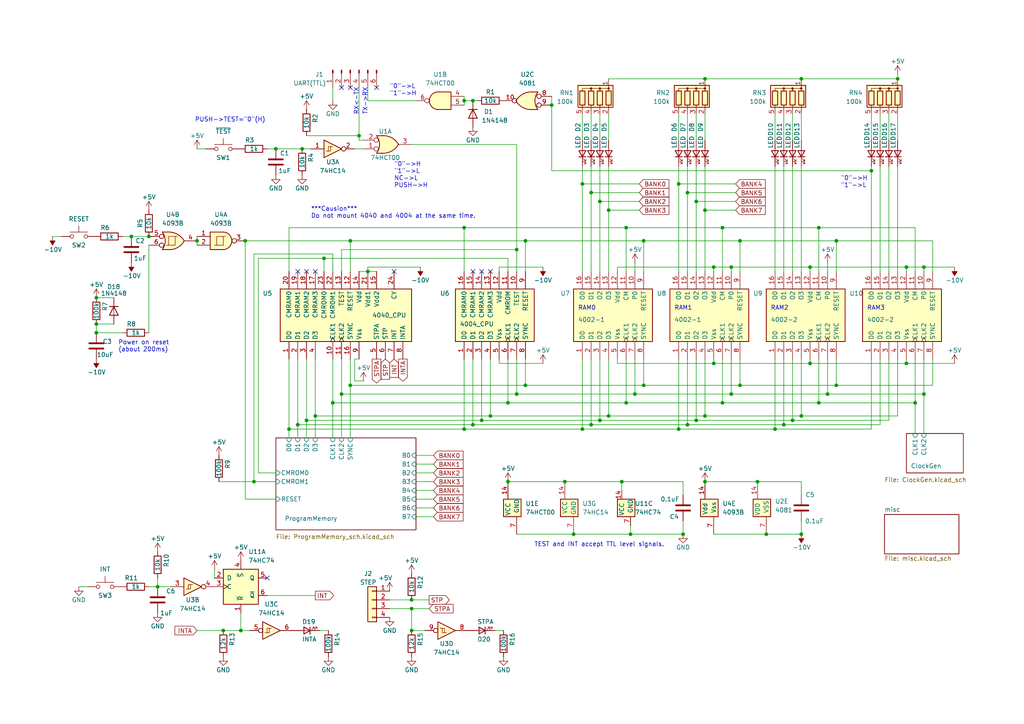
<source format=kicad_sch>
(kicad_sch (version 20230121) (generator eeschema)
  (paper "A4")
  (title_block (title "SBC4040") (date "2024-02-22") (rev "1.1") (company "Ryo Mukai") (comment 1 "Single Board Computer using Intel 4040"))
  (lib_symbols
    (symbol "000_MyLibrary:1N4148" (pin_numbers hide) (pin_names hide)
      (property "Reference" "D" (at 0 2.54 0))
      (property "Value" "1N4148" (at 0 -2.54 0))
      (symbol "1N4148_1_1"
        (pin passive line (at -3.81 0 0) (length 2.54) (name "K") (number "1"))
        (pin passive line (at 3.81 0 180) (length 2.54) (name "A") (number "2"))
      )
    )
    (symbol "000_MyLibrary:4002_RAM"
      (property "Reference" "U" (at -6.35 13.97 0))
      (property "Value" "4002_RAM" (at 0 11.43 0))
      (symbol "4002_RAM_1_0"
        (pin bidirectional line (at -12.7 7.62 0) (length 5.08) (name "D0") (number "1"))
        (pin input line (at 12.7 -7.62 180) (length 5.08) (name "P0") (number "10"))
        (pin input line (at 12.7 -5.08 180) (length 5.08) (name "CM") (number "11"))
        (pin power_in line (at 12.7 -2.54 180) (length 5.08) (name "Vdd") (number "12"))
        (pin output line (at 12.7 0 180) (length 5.08) (name "O3") (number "13"))
        (pin output line (at 12.7 2.54 180) (length 5.08) (name "O2") (number "14"))
        (pin output line (at 12.7 5.08 180) (length 5.08) (name "O1") (number "15"))
        (pin output line (at 12.7 7.62 180) (length 5.08) (name "O0") (number "16"))
        (pin bidirectional line (at -12.7 5.08 0) (length 5.08) (name "D1") (number "2"))
        (pin bidirectional line (at -12.7 2.54 0) (length 5.08) (name "D2") (number "3"))
        (pin bidirectional line (at -12.7 0 0) (length 5.08) (name "D3") (number "4"))
        (pin power_in line (at -12.7 -2.54 0) (length 5.08) (name "Vss") (number "5"))
        (pin input clock (at -12.7 -5.08 0) (length 5.08) (name "CLK1") (number "6"))
        (pin input clock (at -12.7 -7.62 0) (length 5.08) (name "CLK2") (number "7"))
        (pin input line (at -12.7 -10.16 0) (length 5.08) (name "SYNC") (number "8"))
        (pin input line (at 12.7 -10.16 180) (length 5.08) (name "RESET") (number "9"))
      )
    )
    (symbol "000_MyLibrary:4004_CPU"
      (property "Reference" "U" (at -7.62 13.97 0))
      (property "Value" "4004_CPU" (at 0 11.43 0))
      (symbol "4004_CPU_1_0"
        (pin bidirectional line (at -12.7 7.62 0) (length 5.08) (name "D0") (number "1"))
        (pin input line (at 12.7 -7.62 180) (length 5.08) (name "TEST") (number "10"))
        (pin output line (at 12.7 -5.08 180) (length 5.08) (name "CMROM") (number "11"))
        (pin power_in line (at 12.7 -2.54 180) (length 5.08) (name "Vdd") (number "12"))
        (pin output line (at 12.7 0 180) (length 5.08) (name "CMRAM3") (number "13"))
        (pin output line (at 12.7 2.54 180) (length 5.08) (name "CMRAM2") (number "14"))
        (pin output line (at 12.7 5.08 180) (length 5.08) (name "CMRAM1") (number "15"))
        (pin output line (at 12.7 7.62 180) (length 5.08) (name "CMRAM0") (number "16"))
        (pin bidirectional line (at -12.7 5.08 0) (length 5.08) (name "D1") (number "2"))
        (pin bidirectional line (at -12.7 2.54 0) (length 5.08) (name "D2") (number "3"))
        (pin bidirectional line (at -12.7 0 0) (length 5.08) (name "D3") (number "4"))
        (pin power_in line (at -12.7 -2.54 0) (length 5.08) (name "Vss") (number "5"))
        (pin input clock (at -12.7 -5.08 0) (length 5.08) (name "CLK1") (number "6"))
        (pin input clock (at -12.7 -7.62 0) (length 5.08) (name "CLK2") (number "7"))
        (pin output line (at -12.7 -10.16 0) (length 5.08) (name "SYNC") (number "8"))
        (pin input line (at 12.7 -10.16 180) (length 5.08) (name "RESET") (number "9"))
      )
    )
    (symbol "000_MyLibrary:4040_CPU_4004based"
      (property "Reference" "U" (at -7.62 21.59 0))
      (property "Value" "4040_CPU" (at 0 19.05 0))
      (symbol "4040_CPU_4004based_1_0"
        (pin bidirectional line (at -12.7 15.24 0) (length 5.08) (name "D0") (number "1"))
        (pin input clock (at -12.7 2.54 0) (length 5.08) (name "CLK1") (number "10"))
        (pin input clock (at -12.7 0 0) (length 5.08) (name "CLK2") (number "11"))
        (pin input line (at 12.7 -2.54 180) (length 5.08) (name "RESET") (number "12"))
        (pin input line (at 12.7 0 180) (length 5.08) (name "TEST") (number "13"))
        (pin power_in line (at 12.7 -5.08 180) (length 5.08) (name "Vdd") (number "14"))
        (pin power_in line (at 12.7 -10.16 180) (length 5.08) (name "Vdd2") (number "15"))
        (pin output line (at -12.7 -2.54 0) (length 5.08) (name "SYNC") (number "16"))
        (pin output line (at 12.7 7.62 180) (length 5.08) (name "CMRAM3") (number "17"))
        (pin output line (at 12.7 10.16 180) (length 5.08) (name "CMRAM2") (number "18"))
        (pin output line (at 12.7 12.7 180) (length 5.08) (name "CMRAM1") (number "19"))
        (pin bidirectional line (at -12.7 12.7 0) (length 5.08) (name "D1") (number "2"))
        (pin output line (at 12.7 15.24 180) (length 5.08) (name "CMRAM0") (number "20"))
        (pin power_in line (at 12.7 -7.62 180) (length 5.08) (name "Vdd1") (number "21"))
        (pin output line (at 12.7 2.54 180) (length 5.08) (name "CMROM1") (number "22"))
        (pin output line (at 12.7 5.08 180) (length 5.08) (name "CMROM0") (number "23"))
        (pin output line (at 12.7 -15.24 180) (length 5.08) (name "CY") (number "24"))
        (pin bidirectional line (at -12.7 10.16 0) (length 5.08) (name "D2") (number "3"))
        (pin bidirectional line (at -12.7 7.62 0) (length 5.08) (name "D3") (number "4"))
        (pin output line (at -12.7 -10.16 0) (length 5.08) (name "STPA") (number "5"))
        (pin input line (at -12.7 -12.7 0) (length 5.08) (name "STP") (number "6"))
        (pin input line (at -12.7 -15.24 0) (length 5.08) (name "INT") (number "7"))
        (pin output line (at -12.7 -17.78 0) (length 5.08) (name "INTA") (number "8"))
        (pin power_in line (at -12.7 -5.08 0) (length 5.08) (name "Vss") (number "9"))
      )
    )
    (symbol "000_MyLibrary:4081" (pin_names (offset 1.016))
      (property "Reference" "U" (at 5.08 2.54 0))
      (property "Value" "4081" (at 5.08 0 0))
      (symbol "4081_1_1"
        (pin input line (at -6.35 1.27 0) (length 3.81) (name "~") (number "1"))
        (pin input line (at -6.35 -1.27 0) (length 3.81) (name "~") (number "2"))
        (pin output line (at 7.62 0 180) (length 3.81) (name "~") (number "3"))
      )
      (symbol "4081_1_2"
        (pin input inverted (at -6.35 1.27 0) (length 4.318) (name "~") (number "1"))
        (pin input inverted (at -6.35 -1.27 0) (length 4.318) (name "~") (number "2"))
        (pin output inverted (at 7.62 0 180) (length 3.81) (name "~") (number "3"))
      )
      (symbol "4081_2_1"
        (pin output line (at 7.62 0 180) (length 3.81) (name "~") (number "4"))
        (pin input line (at -6.35 1.27 0) (length 3.81) (name "~") (number "5"))
        (pin input line (at -6.35 -1.27 0) (length 3.81) (name "~") (number "6"))
      )
      (symbol "4081_2_2"
        (pin output inverted (at 7.62 0 180) (length 3.81) (name "~") (number "4"))
        (pin input inverted (at -6.35 1.27 0) (length 4.318) (name "~") (number "5"))
        (pin input inverted (at -6.35 -1.27 0) (length 4.318) (name "~") (number "6"))
      )
      (symbol "4081_3_1"
        (pin output line (at 7.62 0 180) (length 3.81) (name "~") (number "10"))
        (pin input line (at -6.35 1.27 0) (length 3.81) (name "~") (number "8"))
        (pin input line (at -6.35 -1.27 0) (length 3.81) (name "~") (number "9"))
      )
      (symbol "4081_3_2"
        (pin output inverted (at 7.62 0 180) (length 3.81) (name "~") (number "10"))
        (pin input inverted (at -6.35 1.27 0) (length 4.318) (name "~") (number "8"))
        (pin input inverted (at -6.35 -1.27 0) (length 4.318) (name "~") (number "9"))
      )
      (symbol "4081_4_1"
        (pin output line (at 7.62 0 180) (length 3.81) (name "~") (number "11"))
        (pin input line (at -6.35 1.27 0) (length 3.81) (name "~") (number "12"))
        (pin input line (at -6.35 -1.27 0) (length 3.81) (name "~") (number "13"))
      )
      (symbol "4081_4_2"
        (pin output inverted (at 7.62 0 180) (length 3.81) (name "~") (number "11"))
        (pin input inverted (at -6.35 1.27 0) (length 4.318) (name "~") (number "12"))
        (pin input inverted (at -6.35 -1.27 0) (length 4.318) (name "~") (number "13"))
      )
      (symbol "4081_5_0"
        (pin power_in line (at -1.27 8.89 270) (length 5.08) (name "VDD") (number "14"))
        (pin power_in line (at 1.27 -6.35 90) (length 5.08) (name "VSS") (number "7"))
      )
    )
    (symbol "000_MyLibrary:4093B" (pin_names (offset 1.016))
      (property "Reference" "U" (at -1.27 6.35 0))
      (property "Value" "4093B" (at 1.27 3.81 0))
      (symbol "4093B_1_1"
        (pin input line (at -7.62 1.27 0) (length 3.81) (name "~") (number "1"))
        (pin input line (at -7.62 -1.27 0) (length 3.81) (name "~") (number "2"))
        (pin output inverted (at 6.35 0 180) (length 3.81) (name "~") (number "3"))
      )
      (symbol "4093B_1_2"
        (pin input inverted (at -7.62 1.27 0) (length 4.318) (name "~") (number "1"))
        (pin input inverted (at -7.62 -1.27 0) (length 4.318) (name "~") (number "2"))
        (pin output line (at 6.35 0 180) (length 3.81) (name "~") (number "3"))
      )
      (symbol "4093B_2_1"
        (pin output inverted (at 6.35 0 180) (length 3.81) (name "~") (number "4"))
        (pin input line (at -7.62 1.27 0) (length 3.81) (name "~") (number "5"))
        (pin input line (at -7.62 -1.27 0) (length 3.81) (name "~") (number "6"))
      )
      (symbol "4093B_2_2"
        (pin output line (at 6.35 0 180) (length 3.81) (name "~") (number "4"))
        (pin input inverted (at -7.62 1.27 0) (length 4.318) (name "~") (number "5"))
        (pin input inverted (at -7.62 -1.27 0) (length 4.318) (name "~") (number "6"))
      )
      (symbol "4093B_3_1"
        (pin output inverted (at 6.35 0 180) (length 3.81) (name "~") (number "10"))
        (pin input line (at -7.62 1.27 0) (length 3.81) (name "~") (number "8"))
        (pin input line (at -7.62 -1.27 0) (length 3.81) (name "~") (number "9"))
      )
      (symbol "4093B_3_2"
        (pin output line (at 6.35 0 180) (length 3.81) (name "~") (number "10"))
        (pin input inverted (at -7.62 1.27 0) (length 4.318) (name "~") (number "8"))
        (pin input inverted (at -7.62 -1.27 0) (length 4.318) (name "~") (number "9"))
      )
      (symbol "4093B_4_1"
        (pin output inverted (at 6.35 0 180) (length 3.81) (name "~") (number "11"))
        (pin input line (at -7.62 1.27 0) (length 3.81) (name "~") (number "12"))
        (pin input line (at -7.62 -1.27 0) (length 3.81) (name "~") (number "13"))
      )
      (symbol "4093B_4_2"
        (pin output line (at 6.35 0 180) (length 3.81) (name "~") (number "11"))
        (pin input inverted (at -7.62 1.27 0) (length 4.318) (name "~") (number "12"))
        (pin input inverted (at -7.62 -1.27 0) (length 4.318) (name "~") (number "13"))
      )
      (symbol "4093B_5_0"
        (pin power_in line (at -1.27 7.62 270) (length 5.08) (name "Vdd") (number "14"))
        (pin power_in line (at 1.27 -7.62 90) (length 5.08) (name "Vss") (number "7"))
      )
    )
    (symbol "000_MyLibrary:74LS00" (pin_names (offset 1.016))
      (property "Reference" "U" (at -1.27 6.35 0))
      (property "Value" "74LS00" (at 1.27 3.81 0))
      (symbol "74LS00_1_1"
        (pin input line (at -7.62 1.27 0) (length 3.81) (name "~") (number "1"))
        (pin input line (at -7.62 -1.27 0) (length 3.81) (name "~") (number "2"))
        (pin output inverted (at 6.35 0 180) (length 3.81) (name "~") (number "3"))
      )
      (symbol "74LS00_1_2"
        (pin input inverted (at -7.62 1.27 0) (length 4.318) (name "~") (number "1"))
        (pin input inverted (at -7.62 -1.27 0) (length 4.318) (name "~") (number "2"))
        (pin output line (at 6.35 0 180) (length 3.81) (name "~") (number "3"))
      )
      (symbol "74LS00_2_1"
        (pin input line (at -7.62 1.27 0) (length 3.81) (name "~") (number "4"))
        (pin input line (at -7.62 -1.27 0) (length 3.81) (name "~") (number "5"))
        (pin output inverted (at 6.35 0 180) (length 3.81) (name "~") (number "6"))
      )
      (symbol "74LS00_2_2"
        (pin input inverted (at -7.62 1.27 0) (length 4.318) (name "~") (number "4"))
        (pin input inverted (at -7.62 -1.27 0) (length 4.318) (name "~") (number "5"))
        (pin output line (at 6.35 0 180) (length 3.81) (name "~") (number "6"))
      )
      (symbol "74LS00_3_1"
        (pin input line (at -7.62 -1.27 0) (length 3.81) (name "~") (number "10"))
        (pin output inverted (at 6.35 0 180) (length 3.81) (name "~") (number "8"))
        (pin input line (at -7.62 1.27 0) (length 3.81) (name "~") (number "9"))
      )
      (symbol "74LS00_3_2"
        (pin input inverted (at -7.62 -1.27 0) (length 4.318) (name "~") (number "10"))
        (pin output line (at 6.35 0 180) (length 3.81) (name "~") (number "8"))
        (pin input inverted (at -7.62 1.27 0) (length 4.318) (name "~") (number "9"))
      )
      (symbol "74LS00_4_1"
        (pin output inverted (at 6.35 0 180) (length 3.81) (name "~") (number "11"))
        (pin input line (at -7.62 1.27 0) (length 3.81) (name "~") (number "12"))
        (pin input line (at -7.62 -1.27 0) (length 3.81) (name "~") (number "13"))
      )
      (symbol "74LS00_4_2"
        (pin output line (at 6.35 0 180) (length 3.81) (name "~") (number "11"))
        (pin input inverted (at -7.62 1.27 0) (length 4.318) (name "~") (number "12"))
        (pin input inverted (at -7.62 -1.27 0) (length 4.318) (name "~") (number "13"))
      )
      (symbol "74LS00_5_0"
        (pin power_in line (at -1.27 7.62 270) (length 5.08) (name "VCC") (number "14"))
        (pin power_in line (at 1.27 -7.62 90) (length 5.08) (name "GND") (number "7"))
      )
    )
    (symbol "000_MyLibrary:74LS14"
      (property "Reference" "U" (at 0 5.08 0))
      (property "Value" "74LS14" (at 2.54 2.54 0))
      (symbol "74LS14_1_1"
        (pin input line (at -6.35 0 0) (length 3.81) (name "~") (number "1"))
        (pin output inverted (at 6.35 0 180) (length 3.81) (name "~") (number "2"))
      )
      (symbol "74LS14_1_2"
        (pin input inverted (at -6.35 0 0) (length 3.81) (name "~") (number "1"))
        (pin output line (at 6.35 0 180) (length 3.81) (name "~") (number "2"))
      )
      (symbol "74LS14_2_1"
        (pin input line (at -6.35 0 0) (length 3.81) (name "~") (number "3"))
        (pin output inverted (at 6.35 0 180) (length 3.81) (name "~") (number "4"))
      )
      (symbol "74LS14_2_2"
        (pin input inverted (at -6.35 0 0) (length 3.81) (name "~") (number "3"))
        (pin output line (at 6.35 0 180) (length 3.81) (name "~") (number "4"))
      )
      (symbol "74LS14_3_1"
        (pin input line (at -6.35 0 0) (length 3.81) (name "~") (number "5"))
        (pin output inverted (at 6.35 0 180) (length 3.81) (name "~") (number "6"))
      )
      (symbol "74LS14_3_2"
        (pin input inverted (at -6.35 0 0) (length 3.81) (name "~") (number "5"))
        (pin output line (at 6.35 0 180) (length 3.81) (name "~") (number "6"))
      )
      (symbol "74LS14_4_1"
        (pin output inverted (at 6.35 0 180) (length 3.81) (name "~") (number "8"))
        (pin input line (at -6.35 0 0) (length 3.81) (name "~") (number "9"))
      )
      (symbol "74LS14_4_2"
        (pin output line (at 6.35 0 180) (length 3.81) (name "~") (number "8"))
        (pin input inverted (at -6.35 0 0) (length 3.81) (name "~") (number "9"))
      )
      (symbol "74LS14_5_1"
        (pin output inverted (at 6.35 0 180) (length 3.81) (name "~") (number "10"))
        (pin input line (at -6.35 0 0) (length 3.81) (name "~") (number "11"))
      )
      (symbol "74LS14_5_2"
        (pin output line (at 6.35 0 180) (length 3.81) (name "~") (number "10"))
        (pin input inverted (at -6.35 0 0) (length 3.81) (name "~") (number "11"))
      )
      (symbol "74LS14_6_1"
        (pin output inverted (at 6.35 0 180) (length 3.81) (name "~") (number "12"))
        (pin input line (at -6.35 0 0) (length 3.81) (name "~") (number "13"))
      )
      (symbol "74LS14_6_2"
        (pin output line (at 6.35 0 180) (length 3.81) (name "~") (number "12"))
        (pin input inverted (at -6.35 0 0) (length 3.81) (name "~") (number "13"))
      )
      (symbol "74LS14_7_0"
        (pin power_in line (at -1.27 7.62 270) (length 5.08) (name "VCC") (number "14"))
        (pin power_in line (at 1.27 -7.62 90) (length 5.08) (name "GND") (number "7"))
      )
    )
    (symbol "000_MyLibrary:74LS74" (pin_names (offset 1.016))
      (property "Reference" "U" (at 3.81 1.27 0))
      (property "Value" "74LS74" (at 6.35 -2.54 0))
      (symbol "74LS74_1_0"
        (pin input line (at 0 -7.62 90) (length 2.54) (name "~{R}") (number "1"))
        (pin input line (at -7.62 2.54 0) (length 2.54) (name "D") (number "2"))
        (pin input clock (at -7.62 0 0) (length 2.54) (name "C") (number "3"))
        (pin input line (at 0 7.62 270) (length 2.54) (name "~{S}") (number "4"))
        (pin output line (at 7.62 2.54 180) (length 2.54) (name "Q") (number "5"))
        (pin output line (at 7.62 -2.54 180) (length 2.54) (name "~{Q}") (number "6"))
      )
      (symbol "74LS74_2_0"
        (pin input line (at 0 7.62 270) (length 2.54) (name "~{S}") (number "10"))
        (pin input clock (at -7.62 0 0) (length 2.54) (name "C") (number "11"))
        (pin input line (at -7.62 2.54 0) (length 2.54) (name "D") (number "12"))
        (pin input line (at 0 -7.62 90) (length 2.54) (name "~{R}") (number "13"))
        (pin output line (at 7.62 -2.54 180) (length 2.54) (name "~{Q}") (number "8"))
        (pin output line (at 7.62 2.54 180) (length 2.54) (name "Q") (number "9"))
      )
      (symbol "74LS74_3_0"
        (pin power_in line (at -1.27 5.08 270) (length 2.54) (name "VCC") (number "14"))
        (pin power_in line (at 1.27 -5.08 90) (length 2.54) (name "GND") (number "7"))
      )
    )
    (symbol "000_MyLibrary:C" (pin_numbers hide) (pin_names (offset 0.254))
      (property "Reference" "C" (at 0.635 2.54 0))
      (property "Value" "C" (at 0.635 -2.54 0))
      (symbol "C_1_1"
        (pin passive line (at 0 3.81 270) (length 2.794) (name "~") (number "1"))
        (pin passive line (at 0 -3.81 90) (length 2.794) (name "~") (number "2"))
      )
    )
    (symbol "000_MyLibrary:Conn_01x04" (pin_names (offset 1.016) hide)
      (property "Reference" "J" (at 0 5.08 0))
      (property "Value" "Conn_01x04" (at 0 -7.62 0))
      (symbol "Conn_01x04_1_1"
        (pin passive line (at -5.08 2.54 0) (length 3.81) (name "Pin_1") (number "1"))
        (pin passive line (at -5.08 0 0) (length 3.81) (name "Pin_2") (number "2"))
        (pin passive line (at -5.08 -2.54 0) (length 3.81) (name "Pin_3") (number "3"))
        (pin passive line (at -5.08 -5.08 0) (length 3.81) (name "Pin_4") (number "4"))
      )
    )
    (symbol "000_MyLibrary:Conn_01x06_Pin" (pin_names (offset 1.016) hide)
      (property "Reference" "J" (at 0 7.62 0))
      (property "Value" "Conn_01x06_Pin" (at 0 -10.16 0))
      (symbol "Conn_01x06_Pin_1_1"
        (pin passive line (at 5.08 5.08 180) (length 3.81) (name "Pin_1") (number "1"))
        (pin passive line (at 5.08 2.54 180) (length 3.81) (name "Pin_2") (number "2"))
        (pin passive line (at 5.08 0 180) (length 3.81) (name "Pin_3") (number "3"))
        (pin passive line (at 5.08 -2.54 180) (length 3.81) (name "Pin_4") (number "4"))
        (pin passive line (at 5.08 -5.08 180) (length 3.81) (name "Pin_5") (number "5"))
        (pin passive line (at 5.08 -7.62 180) (length 3.81) (name "Pin_6") (number "6"))
      )
    )
    (symbol "000_MyLibrary:LED" (pin_numbers hide) (pin_names (offset 1.016) hide)
      (property "Reference" "D" (at 0.254 2.54 0))
      (property "Value" "LED" (at 0.254 -2.54 0))
      (symbol "LED_1_1"
        (pin passive line (at -3.81 0 0) (length 2.54) (name "K") (number "1"))
        (pin passive line (at 3.81 0 180) (length 2.54) (name "A") (number "2"))
      )
    )
    (symbol "000_MyLibrary:R" (pin_numbers hide) (pin_names (offset 0))
      (property "Reference" "R" (at 2.032 0 90))
      (property "Value" "R" (at 0 0 90))
      (symbol "R_1_1"
        (pin passive line (at 0 3.81 270) (length 1.27) (name "~") (number "1"))
        (pin passive line (at 0 -3.81 90) (length 1.27) (name "~") (number "2"))
      )
    )
    (symbol "000_MyLibrary:R_Network04" (pin_names (offset 0) hide)
      (property "Reference" "RN" (at -7.62 0 90))
      (property "Value" "R_Network04" (at 5.08 0 90))
      (symbol "R_Network04_1_1"
        (pin passive line (at -5.08 5.08 270) (length 2.54) (name "common") (number "1"))
        (pin passive line (at -5.08 -5.08 90) (length 1.27) (name "R1") (number "2"))
        (pin passive line (at -2.54 -5.08 90) (length 1.27) (name "R2") (number "3"))
        (pin passive line (at 0 -5.08 90) (length 1.27) (name "R3") (number "4"))
        (pin passive line (at 2.54 -5.08 90) (length 1.27) (name "R4") (number "5"))
      )
    )
    (symbol "000_MyLibrary:SW_Push" (pin_numbers hide) (pin_names (offset 1.016) hide)
      (property "Reference" "SW" (at 1.27 2.54 0))
      (property "Value" "SW_Push" (at 0 -1.524 0))
      (symbol "SW_Push_0_1"
        (pin passive line (at -5.08 0 0) (length 2.54) (name "1") (number "1"))
        (pin passive line (at 5.08 0 180) (length 2.54) (name "2") (number "2"))
      )
    )
    (symbol "power:+5V" (power) (pin_names (offset 0))
      (property "Value" "+5V" (at 0 3.556 0))
      (symbol "+5V_1_1"
        (pin power_in line (at 0 0 90) (length 0) hide (name "+5V") (number "1"))
      )
    )
    (symbol "power:-10V" (power) (pin_names (offset 0))
      (property "Value" "-10V" (at 0 3.81 0))
      (symbol "-10V_0_0"
        (pin power_in line (at 0 0 90) (length 0) hide (name "-10V") (number "1"))
      )
    )
    (symbol "power:GND" (power) (pin_names (offset 0))
      (property "Value" "GND" (at 0 -3.81 0))
      (symbol "GND_1_1"
        (pin power_in line (at 0 0 270) (length 0) hide (name "GND") (number "1"))
      )
    )
  )
  (junction (at 88.9 121.92))
  (junction (at 104.14 39.37))
  (junction (at 237.49 66.04))
  (junction (at 91.44 120.65))
  (junction (at 262.89 77.47))
  (junction (at 168.91 124.46))
  (junction (at 134.62 66.04))
  (junction (at 171.45 55.88))
  (junction (at 209.55 116.84))
  (junction (at 101.6 69.85))
  (junction (at 237.49 116.84))
  (junction (at 232.41 154.94))
  (junction (at 176.53 60.96))
  (junction (at 163.83 139.7))
  (junction (at 186.69 111.76))
  (junction (at 99.06 114.3))
  (junction (at 227.33 123.19))
  (junction (at 96.52 116.84))
  (junction (at 152.4 69.85))
  (junction (at 252.73 49.53))
  (junction (at 242.57 69.85))
  (junction (at 181.61 66.04))
  (junction (at 242.57 111.76))
  (junction (at 27.94 96.52))
  (junction (at 232.41 120.65))
  (junction (at 196.85 53.34))
  (junction (at 204.47 139.7))
  (junction (at 27.94 93.98))
  (junction (at 204.47 120.65))
  (junction (at 83.82 124.46))
  (junction (at 142.24 120.65))
  (junction (at 214.63 111.76))
  (junction (at 204.47 22.86))
  (junction (at 198.12 154.94))
  (junction (at 69.85 182.88))
  (junction (at 234.95 105.41))
  (junction (at 199.39 55.88))
  (junction (at 57.15 69.85))
  (junction (at 267.97 114.3))
  (junction (at 152.4 111.76))
  (junction (at 147.32 139.7))
  (junction (at 260.35 22.86))
  (junction (at 173.99 121.92))
  (junction (at 43.18 68.58))
  (junction (at 45.72 170.18))
  (junction (at 168.91 53.34))
  (junction (at 207.01 77.47))
  (junction (at 222.25 154.94))
  (junction (at 93.98 74.93))
  (junction (at 101.6 111.76))
  (junction (at 176.53 120.65))
  (junction (at 182.88 154.94))
  (junction (at 87.63 43.18))
  (junction (at 207.01 105.41))
  (junction (at 201.93 121.92))
  (junction (at 64.77 182.88))
  (junction (at 180.34 139.7))
  (junction (at 149.86 114.3))
  (junction (at 71.12 69.85))
  (junction (at 137.16 123.19))
  (junction (at 199.39 123.19))
  (junction (at 160.02 30.48))
  (junction (at 204.47 60.96))
  (junction (at 214.63 69.85))
  (junction (at 134.62 29.21))
  (junction (at 212.09 114.3))
  (junction (at 171.45 123.19))
  (junction (at 265.43 116.84))
  (junction (at 119.38 173.99))
  (junction (at 119.38 182.88))
  (junction (at 267.97 77.47))
  (junction (at 234.95 77.47))
  (junction (at 86.36 123.19))
  (junction (at 229.87 121.92))
  (junction (at 209.55 66.04))
  (junction (at 232.41 22.86))
  (junction (at 184.15 114.3))
  (junction (at 134.62 124.46))
  (junction (at 38.1 68.58))
  (junction (at 106.68 78.74))
  (junction (at 80.01 43.18))
  (junction (at 240.03 114.3))
  (junction (at 219.71 139.7))
  (junction (at 27.94 86.36))
  (junction (at 186.69 69.85))
  (junction (at 262.89 105.41))
  (junction (at 137.16 29.21))
  (junction (at 181.61 116.84))
  (junction (at 212.09 77.47))
  (junction (at 149.86 72.39))
  (junction (at 201.93 58.42))
  (junction (at 196.85 124.46))
  (junction (at 139.7 121.92))
  (junction (at 224.79 124.46))
  (junction (at 147.32 116.84))
  (junction (at 173.99 58.42))
  (junction (at 73.66 139.7))
  (junction (at 119.38 176.53))
  (junction (at 166.37 154.94))
  (no_connect (at 139.7 78.74))
  (no_connect (at 142.24 78.74))
  (no_connect (at 137.16 78.74))
  (no_connect (at 114.3 78.74))
  (no_connect (at 77.47 167.64))
  (no_connect (at 86.36 78.74))
  (no_connect (at 88.9 78.74))
  (no_connect (at 99.06 25.4))
  (no_connect (at 109.22 25.4))
  (no_connect (at 101.6 25.4))
  (no_connect (at 91.44 78.74))
  (wire (pts (xy 232.41 143.51) (xy 232.41 139.7)))
  (wire (pts (xy 199.39 104.14) (xy 199.39 123.19)))
  (wire (pts (xy 198.12 151.13) (xy 198.12 154.94)))
  (wire (pts (xy 147.32 116.84) (xy 181.61 116.84)))
  (wire (pts (xy 134.62 27.94) (xy 134.62 29.21)))
  (wire (pts (xy 199.39 48.26) (xy 199.39 55.88)))
  (wire (pts (xy 176.53 48.26) (xy 176.53 60.96)))
  (wire (pts (xy 224.79 33.02) (xy 224.79 40.64)))
  (wire (pts (xy 91.44 120.65) (xy 142.24 120.65)))
  (wire (pts (xy 119.38 182.88) (xy 123.19 182.88)))
  (wire (pts (xy 86.36 123.19) (xy 86.36 127)))
  (wire (pts (xy 207.01 105.41) (xy 234.95 105.41)))
  (wire (pts (xy 27.94 93.98) (xy 33.02 93.98)))
  (wire (pts (xy 257.81 104.14) (xy 257.81 121.92)))
  (wire (pts (xy 106.68 78.74) (xy 109.22 78.74)))
  (wire (pts (xy 186.69 69.85) (xy 186.69 78.74)))
  (wire (pts (xy 72.39 182.88) (xy 69.85 182.88)))
  (wire (pts (xy 134.62 29.21) (xy 137.16 29.21)))
  (wire (pts (xy 229.87 33.02) (xy 229.87 40.64)))
  (wire (pts (xy 147.32 78.74) (xy 147.32 74.93)))
  (wire (pts (xy 229.87 48.26) (xy 229.87 78.74)))
  (wire (pts (xy 199.39 55.88) (xy 213.36 55.88)))
  (wire (pts (xy 87.63 43.18) (xy 90.17 43.18)))
  (wire (pts (xy 120.65 134.62) (xy 125.73 134.62)))
  (wire (pts (xy 252.73 33.02) (xy 252.73 40.64)))
  (wire (pts (xy 176.53 104.14) (xy 176.53 120.65)))
  (wire (pts (xy 176.53 60.96) (xy 176.53 78.74)))
  (wire (pts (xy 99.06 104.14) (xy 99.06 114.3)))
  (wire (pts (xy 99.06 72.39) (xy 99.06 78.74)))
  (wire (pts (xy 77.47 43.18) (xy 80.01 43.18)))
  (wire (pts (xy 252.73 104.14) (xy 252.73 124.46)))
  (wire (pts (xy 262.89 77.47) (xy 267.97 77.47)))
  (wire (pts (xy 240.03 76.2) (xy 240.03 78.74)))
  (wire (pts (xy 212.09 104.14) (xy 212.09 114.3)))
  (wire (pts (xy 168.91 104.14) (xy 168.91 124.46)))
  (wire (pts (xy 101.6 69.85) (xy 152.4 69.85)))
  (wire (pts (xy 181.61 116.84) (xy 209.55 116.84)))
  (wire (pts (xy 199.39 55.88) (xy 199.39 78.74)))
  (wire (pts (xy 102.87 43.18) (xy 105.41 43.18)))
  (wire (pts (xy 180.34 142.24) (xy 180.34 139.7)))
  (wire (pts (xy 207.01 104.14) (xy 207.01 105.41)))
  (wire (pts (xy 152.4 111.76) (xy 186.69 111.76)))
  (wire (pts (xy 93.98 74.93) (xy 74.93 74.93)))
  (wire (pts (xy 237.49 116.84) (xy 265.43 116.84)))
  (wire (pts (xy 255.27 104.14) (xy 255.27 123.19)))
  (wire (pts (xy 209.55 66.04) (xy 209.55 78.74)))
  (wire (pts (xy 119.38 176.53) (xy 119.38 182.88)))
  (wire (pts (xy 171.45 55.88) (xy 171.45 78.74)))
  (wire (pts (xy 152.4 69.85) (xy 186.69 69.85)))
  (wire (pts (xy 88.9 121.92) (xy 88.9 127)))
  (wire (pts (xy 99.06 72.39) (xy 149.86 72.39)))
  (wire (pts (xy 209.55 104.14) (xy 209.55 116.84)))
  (wire (pts (xy 120.65 144.78) (xy 125.73 144.78)))
  (wire (pts (xy 196.85 53.34) (xy 213.36 53.34)))
  (wire (pts (xy 63.5 139.7) (xy 73.66 139.7)))
  (wire (pts (xy 255.27 48.26) (xy 255.27 78.74)))
  (wire (pts (xy 69.85 177.8) (xy 69.85 182.88)))
  (wire (pts (xy 119.38 41.91) (xy 149.86 41.91)))
  (wire (pts (xy 146.05 182.88) (xy 143.51 182.88)))
  (wire (pts (xy 120.65 132.08) (xy 125.73 132.08)))
  (wire (pts (xy 181.61 104.14) (xy 181.61 116.84)))
  (wire (pts (xy 207.01 154.94) (xy 222.25 154.94)))
  (wire (pts (xy 227.33 104.14) (xy 227.33 123.19)))
  (wire (pts (xy 27.94 86.36) (xy 33.02 86.36)))
  (wire (pts (xy 198.12 143.51) (xy 198.12 139.7)))
  (wire (pts (xy 120.65 142.24) (xy 125.73 142.24)))
  (wire (pts (xy 104.14 78.74) (xy 106.68 78.74)))
  (wire (pts (xy 204.47 60.96) (xy 213.36 60.96)))
  (wire (pts (xy 121.92 77.47) (xy 106.68 77.47)))
  (wire (pts (xy 137.16 123.19) (xy 171.45 123.19)))
  (wire (pts (xy 265.43 104.14) (xy 265.43 116.84)))
  (wire (pts (xy 265.43 66.04) (xy 237.49 66.04)))
  (wire (pts (xy 88.9 39.37) (xy 104.14 39.37)))
  (wire (pts (xy 62.23 165.1) (xy 62.23 167.64)))
  (wire (pts (xy 45.72 167.64) (xy 45.72 170.18)))
  (wire (pts (xy 73.66 139.7) (xy 80.01 139.7)))
  (wire (pts (xy 168.91 48.26) (xy 168.91 53.34)))
  (wire (pts (xy 160.02 49.53) (xy 252.73 49.53)))
  (wire (pts (xy 71.12 144.78) (xy 80.01 144.78)))
  (wire (pts (xy 134.62 29.21) (xy 134.62 30.48)))
  (wire (pts (xy 83.82 66.04) (xy 134.62 66.04)))
  (wire (pts (xy 168.91 124.46) (xy 196.85 124.46)))
  (wire (pts (xy 204.47 104.14) (xy 204.47 120.65)))
  (wire (pts (xy 212.09 114.3) (xy 240.03 114.3)))
  (wire (pts (xy 186.69 69.85) (xy 214.63 69.85)))
  (wire (pts (xy 267.97 114.3) (xy 267.97 125.73)))
  (wire (pts (xy 147.32 139.7) (xy 163.83 139.7)))
  (wire (pts (xy 83.82 104.14) (xy 83.82 124.46)))
  (wire (pts (xy 232.41 104.14) (xy 232.41 120.65)))
  (wire (pts (xy 73.66 73.66) (xy 73.66 139.7)))
  (wire (pts (xy 173.99 121.92) (xy 201.93 121.92)))
  (wire (pts (xy 171.45 104.14) (xy 171.45 123.19)))
  (wire (pts (xy 234.95 77.47) (xy 234.95 78.74)))
  (wire (pts (xy 171.45 55.88) (xy 185.42 55.88)))
  (wire (pts (xy 204.47 22.86) (xy 232.41 22.86)))
  (wire (pts (xy 74.93 137.16) (xy 80.01 137.16)))
  (wire (pts (xy 237.49 66.04) (xy 237.49 78.74)))
  (wire (pts (xy 168.91 53.34) (xy 168.91 78.74)))
  (wire (pts (xy 134.62 66.04) (xy 181.61 66.04)))
  (wire (pts (xy 234.95 77.47) (xy 262.89 77.47)))
  (wire (pts (xy 149.86 78.74) (xy 149.86 72.39)))
  (wire (pts (xy 83.82 66.04) (xy 83.82 78.74)))
  (wire (pts (xy 212.09 77.47) (xy 212.09 78.74)))
  (wire (pts (xy 171.45 33.02) (xy 171.45 40.64)))
  (wire (pts (xy 176.53 33.02) (xy 176.53 40.64)))
  (wire (pts (xy 147.32 74.93) (xy 93.98 74.93)))
  (wire (pts (xy 96.52 25.4) (xy 96.52 29.21)))
  (wire (pts (xy 96.52 116.84) (xy 147.32 116.84)))
  (wire (pts (xy 184.15 104.14) (xy 184.15 114.3)))
  (wire (pts (xy 252.73 49.53) (xy 252.73 78.74)))
  (wire (pts (xy 134.62 124.46) (xy 168.91 124.46)))
  (wire (pts (xy 171.45 48.26) (xy 171.45 55.88)))
  (wire (pts (xy 227.33 33.02) (xy 227.33 40.64)))
  (wire (pts (xy 173.99 33.02) (xy 173.99 40.64)))
  (wire (pts (xy 207.01 77.47) (xy 207.01 78.74)))
  (wire (pts (xy 234.95 104.14) (xy 234.95 105.41)))
  (wire (pts (xy 64.77 182.88) (xy 69.85 182.88)))
  (wire (pts (xy 267.97 77.47) (xy 276.86 77.47)))
  (wire (pts (xy 260.35 48.26) (xy 260.35 78.74)))
  (wire (pts (xy 176.53 120.65) (xy 204.47 120.65)))
  (wire (pts (xy 57.15 68.58) (xy 57.15 69.85)))
  (wire (pts (xy 196.85 33.02) (xy 196.85 40.64)))
  (wire (pts (xy 232.41 120.65) (xy 260.35 120.65)))
  (wire (pts (xy 196.85 53.34) (xy 196.85 78.74)))
  (wire (pts (xy 181.61 66.04) (xy 209.55 66.04)))
  (wire (pts (xy 240.03 104.14) (xy 240.03 114.3)))
  (wire (pts (xy 201.93 58.42) (xy 213.36 58.42)))
  (wire (pts (xy 199.39 33.02) (xy 199.39 40.64)))
  (wire (pts (xy 260.35 104.14) (xy 260.35 120.65)))
  (wire (pts (xy 227.33 48.26) (xy 227.33 78.74)))
  (wire (pts (xy 257.81 33.02) (xy 257.81 40.64)))
  (wire (pts (xy 139.7 121.92) (xy 173.99 121.92)))
  (wire (pts (xy 204.47 120.65) (xy 232.41 120.65)))
  (wire (pts (xy 171.45 123.19) (xy 199.39 123.19)))
  (wire (pts (xy 242.57 111.76) (xy 270.51 111.76)))
  (wire (pts (xy 214.63 69.85) (xy 242.57 69.85)))
  (wire (pts (xy 139.7 104.14) (xy 139.7 121.92)))
  (wire (pts (xy 96.52 104.14) (xy 96.52 116.84)))
  (wire (pts (xy 176.53 22.86) (xy 204.47 22.86)))
  (wire (pts (xy 45.72 170.18) (xy 49.53 170.18)))
  (wire (pts (xy 257.81 48.26) (xy 257.81 78.74)))
  (wire (pts (xy 163.83 139.7) (xy 180.34 139.7)))
  (wire (pts (xy 83.82 124.46) (xy 83.82 127)))
  (wire (pts (xy 83.82 124.46) (xy 134.62 124.46)))
  (wire (pts (xy 182.88 152.4) (xy 182.88 154.94)))
  (wire (pts (xy 27.94 93.98) (xy 27.94 96.52)))
  (wire (pts (xy 96.52 116.84) (xy 96.52 127)))
  (wire (pts (xy 255.27 33.02) (xy 255.27 40.64)))
  (wire (pts (xy 71.12 69.85) (xy 101.6 69.85)))
  (wire (pts (xy 96.52 78.74) (xy 96.52 73.66)))
  (wire (pts (xy 142.24 104.14) (xy 142.24 120.65)))
  (wire (pts (xy 102.87 104.14) (xy 102.87 110.49)))
  (wire (pts (xy 201.93 104.14) (xy 201.93 121.92)))
  (wire (pts (xy 214.63 111.76) (xy 242.57 111.76)))
  (wire (pts (xy 113.03 176.53) (xy 119.38 176.53)))
  (wire (pts (xy 270.51 69.85) (xy 270.51 78.74)))
  (wire (pts (xy 86.36 104.14) (xy 86.36 123.19)))
  (wire (pts (xy 262.89 104.14) (xy 262.89 105.41)))
  (wire (pts (xy 209.55 116.84) (xy 237.49 116.84)))
  (wire (pts (xy 196.85 48.26) (xy 196.85 53.34)))
  (wire (pts (xy 152.4 104.14) (xy 152.4 111.76)))
  (wire (pts (xy 104.14 104.14) (xy 102.87 104.14)))
  (wire (pts (xy 101.6 111.76) (xy 101.6 127)))
  (wire (pts (xy 240.03 114.3) (xy 267.97 114.3)))
  (wire (pts (xy 179.07 77.47) (xy 179.07 78.74)))
  (wire (pts (xy 149.86 114.3) (xy 184.15 114.3)))
  (wire (pts (xy 101.6 104.14) (xy 101.6 111.76)))
  (wire (pts (xy 186.69 104.14) (xy 186.69 111.76)))
  (wire (pts (xy 149.86 41.91) (xy 149.86 72.39)))
  (wire (pts (xy 147.32 104.14) (xy 147.32 116.84)))
  (wire (pts (xy 149.86 154.94) (xy 166.37 154.94)))
  (wire (pts (xy 182.88 154.94) (xy 166.37 154.94)))
  (wire (pts (xy 134.62 104.14) (xy 134.62 124.46)))
  (wire (pts (xy 270.51 104.14) (xy 270.51 111.76)))
  (wire (pts (xy 104.14 25.4) (xy 104.14 39.37)))
  (wire (pts (xy 88.9 121.92) (xy 139.7 121.92)))
  (wire (pts (xy 57.15 182.88) (xy 64.77 182.88)))
  (wire (pts (xy 242.57 69.85) (xy 270.51 69.85)))
  (wire (pts (xy 137.16 29.21) (xy 138.43 29.21)))
  (wire (pts (xy 262.89 105.41) (xy 276.86 105.41)))
  (wire (pts (xy 95.25 182.88) (xy 92.71 182.88)))
  (wire (pts (xy 152.4 69.85) (xy 152.4 78.74)))
  (wire (pts (xy 252.73 48.26) (xy 252.73 49.53)))
  (wire (pts (xy 229.87 104.14) (xy 229.87 121.92)))
  (wire (pts (xy 157.48 77.47) (xy 144.78 77.47)))
  (wire (pts (xy 120.65 137.16) (xy 125.73 137.16)))
  (wire (pts (xy 222.25 154.94) (xy 232.41 154.94)))
  (wire (pts (xy 219.71 139.7) (xy 232.41 139.7)))
  (wire (pts (xy 160.02 30.48) (xy 160.02 49.53)))
  (wire (pts (xy 184.15 76.2) (xy 184.15 78.74)))
  (wire (pts (xy 106.68 77.47) (xy 106.68 78.74)))
  (wire (pts (xy 201.93 33.02) (xy 201.93 40.64)))
  (wire (pts (xy 232.41 151.13) (xy 232.41 154.94)))
  (wire (pts (xy 232.41 22.86) (xy 260.35 22.86)))
  (wire (pts (xy 176.53 60.96) (xy 185.42 60.96)))
  (wire (pts (xy 180.34 139.7) (xy 198.12 139.7)))
  (wire (pts (xy 120.65 149.86) (xy 125.73 149.86)))
  (wire (pts (xy 198.12 154.94) (xy 182.88 154.94)))
  (wire (pts (xy 204.47 33.02) (xy 204.47 40.64)))
  (wire (pts (xy 201.93 58.42) (xy 201.93 78.74)))
  (wire (pts (xy 43.18 71.12) (xy 43.18 96.52)))
  (wire (pts (xy 173.99 104.14) (xy 173.99 121.92)))
  (wire (pts (xy 102.87 110.49) (xy 105.41 110.49)))
  (wire (pts (xy 35.56 68.58) (xy 38.1 68.58)))
  (wire (pts (xy 201.93 121.92) (xy 229.87 121.92)))
  (wire (pts (xy 80.01 43.18) (xy 87.63 43.18)))
  (wire (pts (xy 120.65 139.7) (xy 125.73 139.7)))
  (wire (pts (xy 104.14 39.37) (xy 104.14 40.64)))
  (wire (pts (xy 224.79 124.46) (xy 252.73 124.46)))
  (wire (pts (xy 104.14 40.64) (xy 105.41 40.64)))
  (wire (pts (xy 15.24 68.58) (xy 17.78 68.58)))
  (wire (pts (xy 119.38 173.99) (xy 124.46 173.99)))
  (wire (pts (xy 99.06 114.3) (xy 99.06 127)))
  (wire (pts (xy 214.63 69.85) (xy 214.63 78.74)))
  (wire (pts (xy 186.69 111.76) (xy 214.63 111.76)))
  (wire (pts (xy 224.79 48.26) (xy 224.79 78.74)))
  (wire (pts (xy 181.61 66.04) (xy 181.61 78.74)))
  (wire (pts (xy 137.16 104.14) (xy 137.16 123.19)))
  (wire (pts (xy 22.86 170.18) (xy 25.4 170.18)))
  (wire (pts (xy 144.78 105.41) (xy 157.48 105.41)))
  (wire (pts (xy 96.52 73.66) (xy 73.66 73.66)))
  (wire (pts (xy 212.09 77.47) (xy 234.95 77.47)))
  (wire (pts (xy 262.89 78.74) (xy 262.89 77.47)))
  (wire (pts (xy 207.01 77.47) (xy 212.09 77.47)))
  (wire (pts (xy 86.36 123.19) (xy 137.16 123.19)))
  (wire (pts (xy 179.07 105.41) (xy 207.01 105.41)))
  (wire (pts (xy 71.12 69.85) (xy 71.12 144.78)))
  (wire (pts (xy 173.99 58.42) (xy 173.99 78.74)))
  (wire (pts (xy 38.1 68.58) (xy 43.18 68.58)))
  (wire (pts (xy 179.07 77.47) (xy 207.01 77.47)))
  (wire (pts (xy 224.79 104.14) (xy 224.79 124.46)))
  (wire (pts (xy 267.97 104.14) (xy 267.97 114.3)))
  (wire (pts (xy 227.33 123.19) (xy 255.27 123.19)))
  (wire (pts (xy 184.15 114.3) (xy 212.09 114.3)))
  (wire (pts (xy 91.44 104.14) (xy 91.44 120.65)))
  (wire (pts (xy 242.57 69.85) (xy 242.57 78.74)))
  (wire (pts (xy 101.6 111.76) (xy 152.4 111.76)))
  (wire (pts (xy 134.62 66.04) (xy 134.62 78.74)))
  (wire (pts (xy 229.87 121.92) (xy 257.81 121.92)))
  (wire (pts (xy 88.9 104.14) (xy 88.9 121.92)))
  (wire (pts (xy 260.35 21.59) (xy 260.35 22.86)))
  (wire (pts (xy 168.91 53.34) (xy 185.42 53.34)))
  (wire (pts (xy 196.85 124.46) (xy 224.79 124.46)))
  (wire (pts (xy 204.47 60.96) (xy 204.47 78.74)))
  (wire (pts (xy 74.93 74.93) (xy 74.93 137.16)))
  (wire (pts (xy 267.97 77.47) (xy 267.97 78.74)))
  (wire (pts (xy 204.47 48.26) (xy 204.47 60.96)))
  (wire (pts (xy 168.91 33.02) (xy 168.91 40.64)))
  (wire (pts (xy 27.94 96.52) (xy 35.56 96.52)))
  (wire (pts (xy 93.98 74.93) (xy 93.98 78.74)))
  (wire (pts (xy 265.43 116.84) (xy 265.43 125.73)))
  (wire (pts (xy 119.38 176.53) (xy 124.46 176.53)))
  (wire (pts (xy 120.65 29.21) (xy 106.68 29.21)))
  (wire (pts (xy 142.24 120.65) (xy 176.53 120.65)))
  (wire (pts (xy 242.57 104.14) (xy 242.57 111.76)))
  (wire (pts (xy 144.78 104.14) (xy 144.78 105.41)))
  (wire (pts (xy 265.43 78.74) (xy 265.43 66.04)))
  (wire (pts (xy 43.18 170.18) (xy 45.72 170.18)))
  (wire (pts (xy 101.6 69.85) (xy 101.6 78.74)))
  (wire (pts (xy 179.07 104.14) (xy 179.07 105.41)))
  (wire (pts (xy 149.86 104.14) (xy 149.86 114.3)))
  (wire (pts (xy 91.44 120.65) (xy 91.44 127)))
  (wire (pts (xy 237.49 104.14) (xy 237.49 116.84)))
  (wire (pts (xy 57.15 43.18) (xy 59.69 43.18)))
  (wire (pts (xy 57.15 69.85) (xy 57.15 71.12)))
  (wire (pts (xy 113.03 173.99) (xy 119.38 173.99)))
  (wire (pts (xy 160.02 27.94) (xy 160.02 30.48)))
  (wire (pts (xy 173.99 48.26) (xy 173.99 58.42)))
  (wire (pts (xy 77.47 172.72) (xy 91.44 172.72)))
  (wire (pts (xy 201.93 48.26) (xy 201.93 58.42)))
  (wire (pts (xy 232.41 48.26) (xy 232.41 78.74)))
  (wire (pts (xy 120.65 147.32) (xy 125.73 147.32)))
  (wire (pts (xy 209.55 66.04) (xy 237.49 66.04)))
  (wire (pts (xy 232.41 33.02) (xy 232.41 40.64)))
  (wire (pts (xy 106.68 25.4) (xy 106.68 29.21)))
  (wire (pts (xy 199.39 123.19) (xy 227.33 123.19)))
  (wire (pts (xy 99.06 114.3) (xy 149.86 114.3)))
  (wire (pts (xy 204.47 139.7) (xy 219.71 139.7)))
  (wire (pts (xy 173.99 58.42) (xy 185.42 58.42)))
  (wire (pts (xy 234.95 105.41) (xy 262.89 105.41)))
  (wire (pts (xy 260.35 33.02) (xy 260.35 40.64)))
  (wire (pts (xy 196.85 104.14) (xy 196.85 124.46)))
  (wire (pts (xy 214.63 104.14) (xy 214.63 111.76)))
  (wire (pts (xy 144.78 77.47) (xy 144.78 78.74)))
  (text "TX->RX" (at 106.68 25.4 90) (effects (font (size 1.27 1.27)) (justify right bottom)))
  (text "RAM2" (at 223.52 90.17 0) (effects (font (size 1.27 1.27)) (justify left bottom)))
  (text "RAM3" (at 251.46 90.17 0) (effects (font (size 1.27 1.27)) (justify left bottom)))
  (text "RAM0" (at 167.64 90.17 0) (effects (font (size 1.27 1.27)) (justify left bottom)))
  (text "\"0\"->L\n\"1\"->H" (at 113.03 27.94 0) (effects (font (size 1.27 1.27)) (justify left bottom)))
  (text "***Causion***\nDo not mount 4040 and 4004 at the same time." (at 90.17 63.5 0) (effects (font (size 1.27 1.27)) (justify left bottom)))
  (text "PUSH->TEST=\"0\"(H)" (at 56.515 35.56 0) (effects (font (size 1.27 1.27)) (justify left bottom)))
  (text "\"0\"->H\n\"1\"->L" (at 243.84 54.61 0) (effects (font (size 1.27 1.27)) (justify left bottom)))
  (text "RX<-TX" (at 104.14 25.4 90) (effects (font (size 1.27 1.27)) (justify right bottom)))
  (text "Power on reset\n(about 200ms)" (at 34.29 102.235 0) (effects (font (size 1.27 1.27)) (justify left bottom)))
  (text "RAM1" (at 195.58 90.17 0) (effects (font (size 1.27 1.27)) (justify left bottom)))
  (text "TEST and INT accept TTL level signals." (at 154.94 158.75 0) (effects (font (size 1.27 1.27)) (justify left bottom)))
  (text "\"0\"->H\n\"1\"->L\nNC->L\nPUSH->H" (at 114.3 54.61 0) (effects (font (size 1.27 1.27)) (justify left bottom)))
  (global_label "BANK3" (shape input) (at 125.73 139.7 0) (property "Intersheetrefs" "${INTERSHEET_REFS}" (effects hide)))
  (global_label "STPA" (shape input) (at 124.46 176.53 0) (property "Intersheetrefs" "${INTERSHEET_REFS}" (effects hide)))
  (global_label "BANK1" (shape input) (at 185.42 55.88 0) (property "Intersheetrefs" "${INTERSHEET_REFS}" (effects hide)))
  (global_label "STPA" (shape output) (at 109.22 104.14 270) (property "Intersheetrefs" "${INTERSHEET_REFS}" (effects hide)))
  (global_label "STP" (shape input) (at 111.76 104.14 270) (property "Intersheetrefs" "${INTERSHEET_REFS}" (effects hide)))
  (global_label "INT" (shape output) (at 91.44 172.72 0) (property "Intersheetrefs" "${INTERSHEET_REFS}" (effects hide)))
  (global_label "BANK2" (shape input) (at 185.42 58.42 0) (property "Intersheetrefs" "${INTERSHEET_REFS}" (effects hide)))
  (global_label "BANK7" (shape input) (at 125.73 149.86 0) (property "Intersheetrefs" "${INTERSHEET_REFS}" (effects hide)))
  (global_label "INT" (shape input) (at 114.3 104.14 270) (property "Intersheetrefs" "${INTERSHEET_REFS}" (effects hide)))
  (global_label "BANK3" (shape input) (at 185.42 60.96 0) (property "Intersheetrefs" "${INTERSHEET_REFS}" (effects hide)))
  (global_label "BANK4" (shape input) (at 213.36 53.34 0) (property "Intersheetrefs" "${INTERSHEET_REFS}" (effects hide)))
  (global_label "STP" (shape output) (at 124.46 173.99 0) (property "Intersheetrefs" "${INTERSHEET_REFS}" (effects hide)))
  (global_label "BANK6" (shape input) (at 213.36 58.42 0) (property "Intersheetrefs" "${INTERSHEET_REFS}" (effects hide)))
  (global_label "BANK5" (shape input) (at 125.73 144.78 0) (property "Intersheetrefs" "${INTERSHEET_REFS}" (effects hide)))
  (global_label "BANK6" (shape input) (at 125.73 147.32 0) (property "Intersheetrefs" "${INTERSHEET_REFS}" (effects hide)))
  (global_label "BANK4" (shape input) (at 125.73 142.24 0) (property "Intersheetrefs" "${INTERSHEET_REFS}" (effects hide)))
  (global_label "INTA" (shape output) (at 116.84 104.14 270) (property "Intersheetrefs" "${INTERSHEET_REFS}" (effects hide)))
  (global_label "BANK0" (shape input) (at 125.73 132.08 0) (property "Intersheetrefs" "${INTERSHEET_REFS}" (effects hide)))
  (global_label "BANK5" (shape input) (at 213.36 55.88 0) (property "Intersheetrefs" "${INTERSHEET_REFS}" (effects hide)))
  (global_label "BANK7" (shape input) (at 213.36 60.96 0) (property "Intersheetrefs" "${INTERSHEET_REFS}" (effects hide)))
  (global_label "BANK0" (shape input) (at 185.42 53.34 0) (property "Intersheetrefs" "${INTERSHEET_REFS}" (effects hide)))
  (global_label "BANK1" (shape input) (at 125.73 134.62 0) (property "Intersheetrefs" "${INTERSHEET_REFS}" (effects hide)))
  (global_label "BANK2" (shape input) (at 125.73 137.16 0) (property "Intersheetrefs" "${INTERSHEET_REFS}" (effects hide)))
  (global_label "INTA" (shape input) (at 57.15 182.88 180) (property "Intersheetrefs" "${INTERSHEET_REFS}" (effects hide)))
  (symbol (lib_id "000_MyLibrary:74LS14") (at 165.1 147.32 0) (unit 7)
    (property "Reference" "U3" (at 168.91 146.05 0) (effects (justify left)))
    (property "Value" "74HC14" (at 168.91 148.59 0) (effects (justify left)))
    (property "Footprint" "000_MyFootprint:DIP-14_W7.62mm" (effects hide))
    (property "Datasheet" "http://www.ti.com/lit/gpn/sn74LS14" (effects hide))
  )
  (symbol (lib_id "000_MyLibrary:LED") (at 139.7 182.88 180) (unit 1)
    (property "Reference" "D20" (at 138.43 185.42 0) (effects (justify right)))
    (property "Value" "STPA" (at 138.43 180.34 0) (effects (justify right)))
    (property "Footprint" "000_MyFootprint:LED_D3.0mm" (effects hide))
  )
  (symbol (lib_id "000_MyLibrary:R") (at 119.38 170.18 0) (unit 1)
    (property "Reference" "R12" (at 121.92 168.91 90))
    (property "Value" "10k" (at 119.38 170.18 90))
    (property "Footprint" "000_MyFootprint:R_Axial_DIN0207_L6.3mm_D2.5mm_P7.62mm_Horizontal" (effects hide))
  )
  (symbol (lib_id "power:+5V") (at 45.72 160.02 0) (unit 1)
    (property "Reference" "#PWR026" (effects hide))
    (property "Value" "+5V" (at 45.72 156.21 0))
  )
  (symbol (lib_id "000_MyLibrary:4002_RAM") (at 232.41 91.44 90) (unit 1)
    (property "Reference" "U9" (at 218.44 85.09 90) (effects (justify right)))
    (property "Value" "4002-2" (at 223.52 92.71 90) (effects (justify right)))
    (property "Footprint" "000_MyFootprint:DIP-16_W7.62mm" (effects hide))
  )
  (symbol (lib_id "000_MyLibrary:SW_Push") (at 30.48 170.18 0) (unit 1)
    (property "Reference" "SW3" (at 30.48 172.72 0))
    (property "Value" "INT" (at 30.48 165.1 0))
    (property "Footprint" "000_MyFootprint:SW_PUSH_6mm_H4.3mm" (effects hide))
  )
  (symbol (lib_id "000_MyLibrary:LED") (at 201.93 44.45 90) (unit 1)
    (property "Reference" "D8" (at 200.66 35.56 0) (effects (justify right)))
    (property "Value" "LED" (at 200.66 39.37 0) (effects (justify right)))
    (property "Footprint" "000_MyFootprint:LED_D3.0mm" (effects hide))
  )
  (symbol (lib_id "power:-10V") (at 27.94 104.14 180) (unit 1)
    (property "Reference" "#PWR017" (effects hide))
    (property "Value" "-10V" (at 25.4 107.95 0) (effects (justify right)))
  )
  (symbol (lib_id "000_MyLibrary:LED") (at 260.35 44.45 90) (unit 1)
    (property "Reference" "D17" (at 259.08 35.56 0) (effects (justify right)))
    (property "Value" "LED" (at 259.08 39.37 0) (effects (justify right)))
    (property "Footprint" "000_MyFootprint:LED_D3.0mm" (effects hide))
  )
  (symbol (lib_id "power:GND") (at 137.16 36.83 0) (unit 1)
    (property "Reference" "#PWR04" (effects hide))
    (property "Value" "GND" (at 137.16 40.64 0))
  )
  (symbol (lib_id "000_MyLibrary:R") (at 31.75 68.58 90) (unit 1)
    (property "Reference" "R6" (at 30.48 66.04 90))
    (property "Value" "1k" (at 31.75 68.58 90))
    (property "Footprint" "000_MyFootprint:R_Axial_DIN0207_L6.3mm_D2.5mm_P7.62mm_Horizontal" (effects hide))
  )
  (symbol (lib_id "000_MyLibrary:C") (at 80.01 46.99 0) (unit 1)
    (property "Reference" "C1" (at 82.55 44.45 0))
    (property "Value" "1uF" (at 82.55 49.53 0))
    (property "Footprint" "000_MyFootprint:C_Disc_D4.7mm_W2.5mm_P5.00mm" (effects hide))
  )
  (symbol (lib_id "000_MyLibrary:LED") (at 255.27 44.45 90) (unit 1)
    (property "Reference" "D15" (at 254 35.56 0) (effects (justify right)))
    (property "Value" "LED" (at 254 39.37 0) (effects (justify right)))
    (property "Footprint" "000_MyFootprint:LED_D3.0mm" (effects hide))
  )
  (symbol (lib_id "power:-10V") (at 276.86 77.47 180) (unit 1)
    (property "Reference" "#PWR015" (effects hide))
    (property "Value" "-10V" (at 276.86 81.28 0))
  )
  (symbol (lib_id "000_MyLibrary:74LS14") (at 96.52 43.18 0) (unit 1)
    (property "Reference" "U3" (at 96.52 46.99 0))
    (property "Value" "74HC14" (at 96.52 49.53 0))
    (property "Footprint" "000_MyFootprint:DIP-14_W7.62mm" (effects hide))
    (property "Datasheet" "http://www.ti.com/lit/gpn/sn74LS14" (effects hide))
  )
  (symbol (lib_id "power:GND") (at 119.38 190.5 0) (unit 1)
    (property "Reference" "#PWR036" (effects hide))
    (property "Value" "GND" (at 119.38 194.31 0))
  )
  (symbol (lib_id "000_MyLibrary:R") (at 27.94 90.17 0) (unit 1)
    (property "Reference" "R7" (at 30.48 88.9 90))
    (property "Value" "100k" (at 27.94 90.17 90))
    (property "Footprint" "000_MyFootprint:R_Axial_DIN0207_L6.3mm_D2.5mm_P7.62mm_Horizontal" (effects hide))
  )
  (symbol (lib_id "power:GND") (at 45.72 177.8 0) (unit 1)
    (property "Reference" "#PWR032" (effects hide))
    (property "Value" "GND" (at 45.72 181.61 0))
  )
  (symbol (lib_id "000_MyLibrary:4093B") (at 205.74 147.32 0) (unit 5)
    (property "Reference" "U4" (at 209.55 146.05 0) (effects (justify left)))
    (property "Value" "4093B" (at 209.55 148.59 0) (effects (justify left)))
    (property "Footprint" "000_MyFootprint:DIP-14_W7.62mm" (effects hide))
    (property "Datasheet" "https://toshiba.semicon-storage.com/jp/semiconductor/product/general-purpose-logic-ics/detail.TC4093BP.html" (effects hide))
  )
  (symbol (lib_id "000_MyLibrary:LED") (at 232.41 44.45 90) (unit 1)
    (property "Reference" "D13" (at 231.14 35.56 0) (effects (justify right)))
    (property "Value" "LED" (at 231.14 39.37 0) (effects (justify right)))
    (property "Footprint" "000_MyFootprint:LED_D3.0mm" (effects hide))
  )
  (symbol (lib_id "000_MyLibrary:R") (at 87.63 46.99 0) (unit 1)
    (property "Reference" "R4" (at 90.17 45.72 90))
    (property "Value" "10k" (at 87.63 46.99 90))
    (property "Footprint" "000_MyFootprint:R_Axial_DIN0207_L6.3mm_D2.5mm_P7.62mm_Horizontal" (effects hide))
  )
  (symbol (lib_id "power:+5V") (at 69.85 162.56 0) (unit 1)
    (property "Reference" "#PWR027" (effects hide))
    (property "Value" "+5V" (at 69.85 158.75 0))
  )
  (symbol (lib_id "000_MyLibrary:SW_Push") (at 22.86 68.58 0) (unit 1)
    (property "Reference" "SW2" (at 22.86 71.12 0))
    (property "Value" "RESET" (at 22.86 63.5 0))
    (property "Footprint" "000_MyFootprint:SW_PUSH_6mm_H4.3mm" (effects hide))
  )
  (symbol (lib_id "000_MyLibrary:R") (at 64.77 186.69 0) (unit 1)
    (property "Reference" "R13" (at 67.31 185.42 90))
    (property "Value" "12k" (at 64.77 186.69 90))
    (property "Footprint" "000_MyFootprint:R_Axial_DIN0207_L6.3mm_D2.5mm_P7.62mm_Horizontal" (effects hide))
  )
  (symbol (lib_id "000_MyLibrary:LED") (at 196.85 44.45 90) (unit 1)
    (property "Reference" "D6" (at 195.58 35.56 0) (effects (justify right)))
    (property "Value" "LED" (at 195.58 39.37 0) (effects (justify right)))
    (property "Footprint" "000_MyFootprint:LED_D3.0mm" (effects hide))
  )
  (symbol (lib_id "power:-10V") (at 157.48 77.47 180) (unit 1)
    (property "Reference" "#PWR014" (effects hide))
    (property "Value" "-10V" (at 157.48 81.28 0))
  )
  (symbol (lib_id "000_MyLibrary:R") (at 39.37 96.52 90) (unit 1)
    (property "Reference" "R8" (at 38.1 93.98 90))
    (property "Value" "1k" (at 39.37 96.52 90))
    (property "Footprint" "000_MyFootprint:R_Axial_DIN0207_L6.3mm_D2.5mm_P7.62mm_Horizontal" (effects hide))
  )
  (symbol (lib_id "000_MyLibrary:LED") (at 204.47 44.45 90) (unit 1)
    (property "Reference" "D9" (at 203.2 35.56 0) (effects (justify right)))
    (property "Value" "LED" (at 203.2 39.37 0) (effects (justify right)))
    (property "Footprint" "000_MyFootprint:LED_D3.0mm" (effects hide))
  )
  (symbol (lib_id "000_MyLibrary:LED") (at 88.9 182.88 180) (unit 1)
    (property "Reference" "D19" (at 87.63 180.34 0) (effects (justify right)))
    (property "Value" "INTA" (at 87.63 185.42 0) (effects (justify right)))
    (property "Footprint" "000_MyFootprint:LED_D3.0mm" (effects hide))
  )
  (symbol (lib_id "000_MyLibrary:C") (at 45.72 173.99 0) (unit 1)
    (property "Reference" "C6" (at 49.53 171.45 0))
    (property "Value" "1uF" (at 48.26 177.8 0))
    (property "Footprint" "000_MyFootprint:C_Disc_D4.7mm_W2.5mm_P5.00mm" (effects hide))
  )
  (symbol (lib_id "power:+5V") (at 62.23 165.1 0) (unit 1)
    (property "Reference" "#PWR028" (effects hide))
    (property "Value" "+5V" (at 62.23 161.29 0))
  )
  (symbol (lib_id "000_MyLibrary:LED") (at 224.79 44.45 90) (unit 1)
    (property "Reference" "D10" (at 223.52 35.56 0) (effects (justify right)))
    (property "Value" "LED" (at 223.52 39.37 0) (effects (justify right)))
    (property "Footprint" "000_MyFootprint:LED_D3.0mm" (effects hide))
  )
  (symbol (lib_id "000_MyLibrary:74LS00") (at 148.59 147.32 0) (unit 5)
    (property "Reference" "U1" (at 152.4 146.05 0) (effects (justify left)))
    (property "Value" "74HCT00" (at 152.4 148.59 0) (effects (justify left)))
    (property "Footprint" "000_MyFootprint:DIP-14_W7.62mm" (effects hide))
    (property "Datasheet" "http://www.ti.com/lit/gpn/sn74ls00" (effects hide))
  )
  (symbol (lib_id "000_MyLibrary:C") (at 232.41 147.32 180) (unit 1)
    (property "Reference" "C5" (at 234.95 143.51 0))
    (property "Value" "0.1uF" (at 236.22 151.13 0))
    (property "Footprint" "000_MyFootprint:C_Disc_D4.3mm_W1.9mm_P5.00mm" (effects hide))
  )
  (symbol (lib_id "000_MyLibrary:LED") (at 257.81 44.45 90) (unit 1)
    (property "Reference" "D16" (at 256.54 35.56 0) (effects (justify right)))
    (property "Value" "LED" (at 256.54 39.37 0) (effects (justify right)))
    (property "Footprint" "000_MyFootprint:LED_D3.0mm" (effects hide))
  )
  (symbol (lib_id "000_MyLibrary:4002_RAM") (at 204.47 91.44 90) (unit 1)
    (property "Reference" "U8" (at 190.5 85.09 90) (effects (justify right)))
    (property "Value" "4002-1" (at 195.58 92.71 90) (effects (justify right)))
    (property "Footprint" "000_MyFootprint:DIP-16_W7.62mm" (effects hide))
  )
  (symbol (lib_id "000_MyLibrary:C") (at 38.1 72.39 0) (unit 1)
    (property "Reference" "C2" (at 40.64 69.85 0))
    (property "Value" "1uF" (at 40.64 74.93 0))
    (property "Footprint" "000_MyFootprint:C_Disc_D4.7mm_W2.5mm_P5.00mm" (effects hide))
  )
  (symbol (lib_id "000_MyLibrary:R") (at 45.72 163.83 0) (unit 1)
    (property "Reference" "R10" (at 48.26 162.56 90))
    (property "Value" "10k" (at 45.72 163.83 90))
    (property "Footprint" "000_MyFootprint:R_Axial_DIN0207_L6.3mm_D2.5mm_P7.62mm_Horizontal" (effects hide))
  )
  (symbol (lib_id "power:+5V") (at 157.48 105.41 0) (unit 1)
    (property "Reference" "#PWR018" (effects hide))
    (property "Value" "+5V" (at 157.48 101.6 0))
  )
  (symbol (lib_id "000_MyLibrary:1N4148") (at 33.02 90.17 270) (unit 1)
    (property "Reference" "D18" (at 34.925 83.185 90) (effects (justify right)))
    (property "Value" "1N4148" (at 36.83 85.09 90) (effects (justify right)))
    (property "Footprint" "000_MyFootprint:D_DO-35_SOD27_P7.62mm_Horizontal" (effects hide))
    (property "Datasheet" "http://www.vishay.com/docs/88503/1n4001.pdf" (effects hide))
    (property "Sim.Device" "D" (effects hide))
    (property "Sim.Pins" "1=K 2=A" (effects hide))
  )
  (symbol (lib_id "000_MyLibrary:LED") (at 199.39 44.45 90) (unit 1)
    (property "Reference" "D7" (at 198.12 35.56 0) (effects (justify right)))
    (property "Value" "LED" (at 198.12 39.37 0) (effects (justify right)))
    (property "Footprint" "000_MyFootprint:LED_D3.0mm" (effects hide))
  )
  (symbol (lib_id "000_MyLibrary:Conn_01x04") (at 107.95 173.99 0) (mirror y) (unit 1)
    (property "Reference" "J2" (at 107.95 166.37 0) (effects (justify left)))
    (property "Value" "STEP" (at 109.22 168.91 0) (effects (justify left)))
    (property "Footprint" "000_MyFootprint:PinSocket_1x04_P2.54mm_Vertical" (effects hide))
  )
  (symbol (lib_id "000_MyLibrary:4004_CPU") (at 142.24 91.44 90) (unit 1)
    (property "Reference" "U6" (at 127.635 85.09 90) (effects (justify right)))
    (property "Value" "4004_CPU" (at 133.35 93.98 90) (effects (justify right)))
    (property "Footprint" "000_MyFootprint:DIP_Socket-16_W4.3_W5.08_W7.62_W10.16_W10.9_3M_216-3340-00-0602J" (effects hide))
  )
  (symbol (lib_id "power:+5V") (at 184.15 76.2 0) (unit 1)
    (property "Reference" "#PWR011" (effects hide))
    (property "Value" "+5V" (at 184.15 72.39 0))
  )
  (symbol (lib_id "000_MyLibrary:R") (at 142.24 29.21 90) (unit 1)
    (property "Reference" "R1" (at 142.24 26.67 90))
    (property "Value" "10k" (at 142.24 29.21 90))
    (property "Footprint" "000_MyFootprint:R_Axial_DIN0207_L6.3mm_D2.5mm_P7.62mm_Horizontal" (effects hide))
  )
  (symbol (lib_id "000_MyLibrary:LED") (at 173.99 44.45 90) (unit 1)
    (property "Reference" "D4" (at 172.72 35.56 0) (effects (justify right)))
    (property "Value" "LED" (at 172.72 39.37 0) (effects (justify right)))
    (property "Footprint" "000_MyFootprint:LED_D3.0mm" (effects hide))
  )
  (symbol (lib_id "power:+5V") (at 88.9 31.75 0) (unit 1)
    (property "Reference" "#PWR03" (effects hide))
    (property "Value" "+5V" (at 88.9 27.94 0))
  )
  (symbol (lib_id "000_MyLibrary:LED") (at 168.91 44.45 90) (unit 1)
    (property "Reference" "D2" (at 167.64 35.56 0) (effects (justify right)))
    (property "Value" "LED" (at 167.64 39.37 0) (effects (justify right)))
    (property "Footprint" "000_MyFootprint:LED_D3.0mm" (effects hide))
  )
  (symbol (lib_id "power:-10V") (at 121.92 77.47 180) (unit 1)
    (property "Reference" "#PWR013" (effects hide))
    (property "Value" "-10V" (at 121.92 81.28 0))
  )
  (symbol (lib_id "000_MyLibrary:R") (at 88.9 35.56 0) (unit 1)
    (property "Reference" "R2" (at 91.44 34.29 90))
    (property "Value" "10k" (at 88.9 35.56 90))
    (property "Footprint" "000_MyFootprint:R_Axial_DIN0207_L6.3mm_D2.5mm_P7.62mm_Horizontal" (effects hide))
  )
  (symbol (lib_id "000_MyLibrary:LED") (at 229.87 44.45 90) (unit 1)
    (property "Reference" "D12" (at 228.6 35.56 0) (effects (justify right)))
    (property "Value" "LED" (at 228.6 39.37 0) (effects (justify right)))
    (property "Footprint" "000_MyFootprint:LED_D3.0mm" (effects hide))
  )
  (symbol (lib_id "000_MyLibrary:LED") (at 252.73 44.45 90) (unit 1)
    (property "Reference" "D14" (at 251.46 35.56 0) (effects (justify right)))
    (property "Value" "LED" (at 251.46 39.37 0) (effects (justify right)))
    (property "Footprint" "000_MyFootprint:LED_D3.0mm" (effects hide))
  )
  (symbol (lib_id "000_MyLibrary:R") (at 43.18 64.77 180) (unit 1)
    (property "Reference" "R5" (at 40.64 64.77 90))
    (property "Value" "10k" (at 43.18 64.77 90))
    (property "Footprint" "000_MyFootprint:R_Axial_DIN0207_L6.3mm_D2.5mm_P7.62mm_Horizontal" (effects hide))
  )
  (symbol (lib_id "000_MyLibrary:R_Network04") (at 255.27 27.94 0) (mirror y) (unit 1)
    (property "Reference" "RN4" (at 250.19 26.924 0) (effects (justify left)))
    (property "Value" "100k" (at 250.19 29.464 0) (effects (justify left)))
    (property "Footprint" "000_MyFootprint:R_Array_SIP5" (effects hide))
    (property "Datasheet" "http://www.vishay.com/docs/31509/csc.pdf" (effects hide))
  )
  (symbol (lib_id "000_MyLibrary:74LS14") (at 129.54 182.88 0) (mirror x) (unit 4) (convert 2)
    (property "Reference" "U3" (at 129.54 186.69 0))
    (property "Value" "74HC14" (at 129.54 189.23 0))
    (property "Footprint" "000_MyFootprint:DIP-14_W7.62mm" (effects hide))
    (property "Datasheet" "http://www.ti.com/lit/gpn/sn74LS14" (effects hide))
  )
  (symbol (lib_id "power:GND") (at 96.52 29.21 0) (unit 1)
    (property "Reference" "#PWR02" (effects hide))
    (property "Value" "GND" (at 96.52 33.02 0))
  )
  (symbol (lib_id "power:GND") (at 113.03 179.07 0) (unit 1)
    (property "Reference" "#PWR033" (effects hide))
    (property "Value" "GND" (at 113.03 182.88 0))
  )
  (symbol (lib_id "power:+5V") (at 113.03 171.45 0) (unit 1)
    (property "Reference" "#PWR031" (effects hide))
    (property "Value" "+5V" (at 111.76 167.64 0))
  )
  (symbol (lib_id "000_MyLibrary:LED") (at 227.33 44.45 90) (unit 1)
    (property "Reference" "D11" (at 226.06 35.56 0) (effects (justify right)))
    (property "Value" "LED" (at 226.06 39.37 0) (effects (justify right)))
    (property "Footprint" "000_MyFootprint:LED_D3.0mm" (effects hide))
  )
  (symbol (lib_id "power:GND") (at 95.25 190.5 0) (unit 1)
    (property "Reference" "#PWR035" (effects hide))
    (property "Value" "GND" (at 95.25 194.31 0))
  )
  (symbol (lib_id "power:+5V") (at 63.5 132.08 0) (unit 1)
    (property "Reference" "#PWR021" (effects hide))
    (property "Value" "+5V" (at 63.5 128.27 0))
  )
  (symbol (lib_id "000_MyLibrary:LED") (at 176.53 44.45 90) (unit 1)
    (property "Reference" "D5" (at 175.26 35.56 0) (effects (justify right)))
    (property "Value" "LED" (at 175.26 39.37 0) (effects (justify right)))
    (property "Footprint" "000_MyFootprint:LED_D3.0mm" (effects hide))
  )
  (symbol (lib_id "000_MyLibrary:4081") (at 220.98 148.59 0) (unit 5)
    (property "Reference" "U2" (at 224.79 145.415 0) (effects (justify left)))
    (property "Value" "4081" (at 224.79 147.955 0) (effects (justify left)))
    (property "Footprint" "000_MyFootprint:DIP-14_W7.62mm" (effects hide))
    (property "Datasheet" "http://www.intersil.com/content/dam/Intersil/documents/cd40/cd4073bms-81bms-82bms.pdf" (effects hide))
  )
  (symbol (lib_id "power:+5V") (at 27.94 86.36 0) (unit 1)
    (property "Reference" "#PWR016" (effects hide))
    (property "Value" "+5V" (at 27.94 82.55 0))
  )
  (symbol (lib_id "000_MyLibrary:4093B") (at 64.77 69.85 0) (unit 1)
    (property "Reference" "U4" (at 64.0935 62.23 0))
    (property "Value" "4093B" (at 64.0935 64.77 0))
    (property "Footprint" "000_MyFootprint:DIP-14_W7.62mm" (effects hide))
    (property "Datasheet" "https://toshiba.semicon-storage.com/jp/semiconductor/product/general-purpose-logic-ics/detail.TC4093BP.html" (effects hide))
  )
  (symbol (lib_id "power:GND") (at 22.86 170.18 0) (unit 1)
    (property "Reference" "#PWR030" (effects hide))
    (property "Value" "GND" (at 22.86 173.99 0))
  )
  (symbol (lib_id "power:+5V") (at 43.18 60.96 0) (unit 1)
    (property "Reference" "#PWR08" (effects hide))
    (property "Value" "+5V" (at 43.18 57.15 0))
  )
  (symbol (lib_id "000_MyLibrary:C") (at 198.12 147.32 0) (unit 1)
    (property "Reference" "C4" (at 195.58 149.86 0))
    (property "Value" "0.1uF" (at 194.31 144.78 0))
    (property "Footprint" "000_MyFootprint:C_Disc_D4.3mm_W1.9mm_P5.00mm" (effects hide))
  )
  (symbol (lib_id "000_MyLibrary:R") (at 146.05 186.69 0) (unit 1)
    (property "Reference" "R16" (at 148.59 185.42 90))
    (property "Value" "100k" (at 146.05 186.69 90))
    (property "Footprint" "000_MyFootprint:R_Axial_DIN0207_L6.3mm_D2.5mm_P7.62mm_Horizontal" (effects hide))
  )
  (symbol (lib_id "000_MyLibrary:74LS74") (at 181.61 147.32 0) (unit 3)
    (property "Reference" "U11" (at 184.15 146.05 0) (effects (justify left)))
    (property "Value" "74HC74" (at 184.15 148.59 0) (effects (justify left)))
    (property "Footprint" "000_MyFootprint:DIP-14_W7.62mm" (effects hide))
    (property "Datasheet" "74xx/74hc_hct74.pdf" (effects hide))
  )
  (symbol (lib_id "000_MyLibrary:C") (at 27.94 100.33 0) (unit 1)
    (property "Reference" "C3" (at 31.115 99.06 0))
    (property "Value" "10uF" (at 30.48 102.87 0))
    (property "Footprint" "000_MyFootprint:C_Disc_D4.7mm_W2.5mm_P5.00mm" (effects hide))
  )
  (symbol (lib_id "000_MyLibrary:R_Network04") (at 199.39 27.94 0) (mirror y) (unit 1)
    (property "Reference" "RN2" (at 194.31 26.924 0) (effects (justify left)))
    (property "Value" "100k" (at 194.31 29.464 0) (effects (justify left)))
    (property "Footprint" "000_MyFootprint:R_Array_SIP5" (effects hide))
    (property "Datasheet" "http://www.vishay.com/docs/31509/csc.pdf" (effects hide))
  )
  (symbol (lib_id "000_MyLibrary:R") (at 119.38 186.69 0) (unit 1)
    (property "Reference" "R15" (at 121.92 185.42 90))
    (property "Value" "12k" (at 119.38 186.69 90))
    (property "Footprint" "000_MyFootprint:R_Axial_DIN0207_L6.3mm_D2.5mm_P7.62mm_Horizontal" (effects hide))
  )
  (symbol (lib_id "000_MyLibrary:4002_RAM") (at 260.35 91.44 90) (unit 1)
    (property "Reference" "U10" (at 246.38 85.09 90) (effects (justify right)))
    (property "Value" "4002-2" (at 251.46 92.71 90) (effects (justify right)))
    (property "Footprint" "000_MyFootprint:DIP-16_W7.62mm" (effects hide))
  )
  (symbol (lib_id "power:GND") (at 87.63 50.8 0) (unit 1)
    (property "Reference" "#PWR07" (effects hide))
    (property "Value" "GND" (at 87.63 54.61 0))
  )
  (symbol (lib_id "000_MyLibrary:74LS00") (at 127 29.21 0) (mirror y) (unit 2)
    (property "Reference" "U1" (at 127.6765 21.59 0))
    (property "Value" "74HCT00" (at 127.6765 24.13 0))
    (property "Footprint" "000_MyFootprint:DIP-14_W7.62mm" (effects hide))
    (property "Datasheet" "http://www.ti.com/lit/gpn/sn74ls00" (effects hide))
  )
  (symbol (lib_id "000_MyLibrary:Conn_01x06_Pin") (at 101.6 20.32 90) (mirror x) (unit 1)
    (property "Reference" "J1" (at 91.44 21.59 90) (effects (justify right)))
    (property "Value" "UART(TTL)" (at 85.09 24.13 90) (effects (justify right)))
    (property "Footprint" "000_MyFootprint:PinHeader_1x06_P2.54mm_Horizontal" (effects hide))
  )
  (symbol (lib_id "power:+5V") (at 240.03 76.2 0) (unit 1)
    (property "Reference" "#PWR012" (effects hide))
    (property "Value" "+5V" (at 240.03 72.39 0))
  )
  (symbol (lib_id "power:+5V") (at 260.35 21.59 0) (unit 1)
    (property "Reference" "#PWR01" (effects hide))
    (property "Value" "+5V" (at 260.35 17.78 0))
  )
  (symbol (lib_id "000_MyLibrary:74LS74") (at 69.85 170.18 0) (unit 1)
    (property "Reference" "U11" (at 72.0441 160.02 0) (effects (justify left)))
    (property "Value" "74HC74" (at 72.0441 162.56 0) (effects (justify left)))
    (property "Footprint" "000_MyFootprint:DIP-14_W7.62mm" (effects hide))
    (property "Datasheet" "74xx/74hc_hct74.pdf" (effects hide))
  )
  (symbol (lib_id "power:+5V") (at 147.32 139.7 0) (unit 1)
    (property "Reference" "#PWR022" (effects hide))
    (property "Value" "+5V" (at 147.32 135.89 0))
  )
  (symbol (lib_id "power:GND") (at 146.05 190.5 0) (unit 1)
    (property "Reference" "#PWR037" (effects hide))
    (property "Value" "GND" (at 146.05 194.31 0))
  )
  (symbol (lib_id "000_MyLibrary:1N4148") (at 137.16 33.02 90) (mirror x) (unit 1)
    (property "Reference" "D1" (at 140.335 32.385 90) (effects (justify right)))
    (property "Value" "1N4148" (at 139.7 34.925 90) (effects (justify right)))
    (property "Footprint" "000_MyFootprint:D_DO-35_SOD27_P7.62mm_Horizontal" (effects hide))
    (property "Datasheet" "http://www.vishay.com/docs/88503/1n4001.pdf" (effects hide))
    (property "Sim.Device" "D" (effects hide))
    (property "Sim.Pins" "1=K 2=A" (effects hide))
  )
  (symbol (lib_id "power:GND") (at 64.77 190.5 0) (unit 1)
    (property "Reference" "#PWR034" (effects hide))
    (property "Value" "GND" (at 64.77 194.31 0))
  )
  (symbol (lib_id "000_MyLibrary:SW_Push") (at 64.77 43.18 0) (unit 1)
    (property "Reference" "SW1" (at 64.77 45.72 0))
    (property "Value" "~{TEST}" (at 64.77 38.1 0))
    (property "Footprint" "000_MyFootprint:SW_PUSH_6mm_H4.3mm" (effects hide))
  )
  (symbol (lib_id "000_MyLibrary:R") (at 95.25 186.69 0) (unit 1)
    (property "Reference" "R14" (at 97.79 185.42 90))
    (property "Value" "100k" (at 95.25 186.69 90))
    (property "Footprint" "000_MyFootprint:R_Axial_DIN0207_L6.3mm_D2.5mm_P7.62mm_Horizontal" (effects hide))
  )
  (symbol (lib_id "power:+5V") (at 119.38 166.37 0) (unit 1)
    (property "Reference" "#PWR029" (effects hide))
    (property "Value" "+5V" (at 119.38 162.56 0))
  )
  (symbol (lib_id "000_MyLibrary:74LS14") (at 78.74 182.88 0) (unit 3) (convert 2)
    (property "Reference" "U3" (at 78.74 175.26 0))
    (property "Value" "74HC14" (at 78.74 177.8 0))
    (property "Footprint" "000_MyFootprint:DIP-14_W7.62mm" (effects hide))
    (property "Datasheet" "http://www.ti.com/lit/gpn/sn74LS14" (effects hide))
  )
  (symbol (lib_id "000_MyLibrary:R") (at 39.37 170.18 90) (unit 1)
    (property "Reference" "R11" (at 38.1 167.64 90))
    (property "Value" "1k" (at 39.37 170.18 90))
    (property "Footprint" "000_MyFootprint:R_Axial_DIN0207_L6.3mm_D2.5mm_P7.62mm_Horizontal" (effects hide))
  )
  (symbol (lib_id "000_MyLibrary:R") (at 63.5 135.89 0) (unit 1)
    (property "Reference" "R9" (at 66.04 134.62 90))
    (property "Value" "100k" (at 63.5 135.89 90))
    (property "Footprint" "000_MyFootprint:R_Axial_DIN0207_L6.3mm_D2.5mm_P7.62mm_Horizontal" (effects hide))
  )
  (symbol (lib_id "000_MyLibrary:LED") (at 171.45 44.45 90) (unit 1)
    (property "Reference" "D3" (at 170.18 35.56 0) (effects (justify right)))
    (property "Value" "LED" (at 170.18 39.37 0) (effects (justify right)))
    (property "Footprint" "000_MyFootprint:LED_D3.0mm" (effects hide))
  )
  (symbol (lib_id "power:+5V") (at 105.41 110.49 0) (unit 1)
    (property "Reference" "#PWR020" (effects hide))
    (property "Value" "+5V" (at 105.41 106.68 0))
  )
  (symbol (lib_id "000_MyLibrary:4002_RAM") (at 176.53 91.44 90) (unit 1)
    (property "Reference" "U7" (at 162.56 85.09 90) (effects (justify right)))
    (property "Value" "4002-1" (at 167.64 92.71 90) (effects (justify right)))
    (property "Footprint" "000_MyFootprint:DIP-16_W7.62mm" (effects hide))
  )
  (symbol (lib_id "000_MyLibrary:4081") (at 153.67 29.21 0) (mirror y) (unit 3) (convert 2)
    (property "Reference" "U2" (at 152.9922 21.59 0))
    (property "Value" "4081" (at 152.9922 24.13 0))
    (property "Footprint" "000_MyFootprint:DIP-14_W7.62mm" (effects hide))
    (property "Datasheet" "http://www.intersil.com/content/dam/Intersil/documents/cd40/cd4073bms-81bms-82bms.pdf" (effects hide))
  )
  (symbol (lib_id "power:-10V") (at 15.24 68.58 180) (unit 1)
    (property "Reference" "#PWR09" (effects hide))
    (property "Value" "-10V" (at 12.7 72.39 0) (effects (justify right)))
  )
  (symbol (lib_id "000_MyLibrary:R_Network04") (at 171.45 27.94 0) (mirror y) (unit 1)
    (property "Reference" "RN1" (at 166.37 26.924 0) (effects (justify left)))
    (property "Value" "100k" (at 166.37 29.464 0) (effects (justify left)))
    (property "Footprint" "000_MyFootprint:R_Array_SIP5" (effects hide))
    (property "Datasheet" "http://www.vishay.com/docs/31509/csc.pdf" (effects hide))
  )
  (symbol (lib_id "power:GND") (at 80.01 50.8 0) (unit 1)
    (property "Reference" "#PWR06" (effects hide))
    (property "Value" "GND" (at 80.01 54.61 0))
  )
  (symbol (lib_id "power:-10V") (at 38.1 76.2 180) (unit 1)
    (property "Reference" "#PWR010" (effects hide))
    (property "Value" "-10V" (at 35.56 80.01 0) (effects (justify right)))
  )
  (symbol (lib_id "power:-10V") (at 232.41 154.94 180) (unit 1)
    (property "Reference" "#PWR025" (effects hide))
    (property "Value" "-10V" (at 229.87 158.75 0) (effects (justify right)))
  )
  (symbol (lib_id "000_MyLibrary:R_Network04") (at 227.33 27.94 0) (mirror y) (unit 1)
    (property "Reference" "RN3" (at 222.25 26.924 0) (effects (justify left)))
    (property "Value" "100k" (at 222.25 29.464 0) (effects (justify left)))
    (property "Footprint" "000_MyFootprint:R_Array_SIP5" (effects hide))
    (property "Datasheet" "http://www.vishay.com/docs/31509/csc.pdf" (effects hide))
  )
  (symbol (lib_id "power:+5V") (at 57.15 43.18 0) (unit 1)
    (property "Reference" "#PWR05" (effects hide))
    (property "Value" "+5V" (at 57.15 39.37 0))
  )
  (symbol (lib_id "power:+5V") (at 204.47 139.7 0) (unit 1)
    (property "Reference" "#PWR023" (effects hide))
    (property "Value" "+5V" (at 204.47 135.89 0))
  )
  (symbol (lib_id "000_MyLibrary:74LS14") (at 55.88 170.18 0) (unit 2)
    (property "Reference" "U3" (at 55.88 173.99 0))
    (property "Value" "74HC14" (at 55.88 176.53 0))
    (property "Footprint" "000_MyFootprint:DIP-14_W7.62mm" (effects hide))
    (property "Datasheet" "http://www.ti.com/lit/gpn/sn74LS14" (effects hide))
  )
  (symbol (lib_id "power:+5V") (at 276.86 105.41 0) (unit 1)
    (property "Reference" "#PWR019" (effects hide))
    (property "Value" "+5V" (at 276.86 101.6 0))
  )
  (symbol (lib_id "power:GND") (at 198.12 154.94 0) (unit 1)
    (property "Reference" "#PWR024" (effects hide))
    (property "Value" "GND" (at 198.12 158.75 0))
  )
  (symbol (lib_id "000_MyLibrary:74LS00") (at 113.03 41.91 0) (mirror x) (unit 1) (convert 2)
    (property "Reference" "U1" (at 111.76 38.1 0))
    (property "Value" "74HCT00" (at 111.76 45.72 0))
    (property "Footprint" "000_MyFootprint:DIP-14_W7.62mm" (effects hide))
    (property "Datasheet" "http://www.ti.com/lit/gpn/sn74ls00" (effects hide))
  )
  (symbol (lib_id "000_MyLibrary:4093B") (at 50.8 69.85 0) (unit 2) (convert 2)
    (property "Reference" "U4" (at 50.1235 62.23 0))
    (property "Value" "4093B" (at 50.1235 64.77 0))
    (property "Footprint" "000_MyFootprint:DIP-14_W7.62mm" (effects hide))
    (property "Datasheet" "https://toshiba.semicon-storage.com/jp/semiconductor/product/general-purpose-logic-ics/detail.TC4093BP.html" (effects hide))
  )
  (symbol (lib_id "000_MyLibrary:4040_CPU_4004based") (at 99.06 91.44 90) (unit 1)
    (property "Reference" "U5" (at 76.2 85.09 90) (effects (justify right)))
    (property "Value" "4040_CPU" (at 107.95 91.44 90) (effects (justify right)))
    (property "Footprint" "000_MyFootprint:DIP_Socket-24_W11.9_W12.7_W15.24_W17.78_W18.5_3M_224-1275-00-0602J" (effects hide))
  )
  (symbol (lib_id "000_MyLibrary:R") (at 73.66 43.18 90) (unit 1)
    (property "Reference" "R3" (at 72.39 40.64 90))
    (property "Value" "1k" (at 73.66 43.18 90))
    (property "Footprint" "000_MyFootprint:R_Axial_DIN0207_L6.3mm_D2.5mm_P7.62mm_Horizontal" (effects hide))
  )
  (sheet (at 256.54 149.225) (size 21.59 11.43) (stroke (width 0.1524))
    (property "Sheetname" "misc" (at 256.54 148.5134 0) (effects (justify left bottom)))
    (property "Sheetfile" "misc.kicad_sch" (at 256.54 161.2396 0) (effects (justify left top)))
  )
  (sheet (at 262.89 125.73) (size 16.51 11.43) (stroke (width 0.1524))
    (property "Sheetname" "ClockGen" (at 264.16 135.89 0) (effects (justify left bottom)))
    (property "Sheetfile" "ClockGen.kicad_sch" (at 256.54 138.43 0) (effects (justify left top)))
    (pin "CLK1" input (at 265.43 125.73 90))
    (pin "CLK2" input (at 267.97 125.73 90))
  )
  (sheet (at 80.01 127) (size 40.64 26.67) (stroke (width 0.1524))
    (property "Sheetname" "ProgramMemory" (at 82.55 151.13 0) (effects (justify left bottom)))
    (property "Sheetfile" "ProgramMemory_sch.kicad_sch" (at 80.01 154.94 0) (effects (justify left top)))
    (pin "D0" input (at 83.82 127 90))
    (pin "D1" input (at 86.36 127 90))
    (pin "D2" input (at 88.9 127 90))
    (pin "SYNC" input (at 101.6 127 90))
    (pin "CLK2" input (at 99.06 127 90))
    (pin "D3" input (at 91.44 127 90))
    (pin "CLK1" input (at 96.52 127 90))
    (pin "CMROM0" input (at 80.01 137.16 180))
    (pin "RESET" input (at 80.01 144.78 180))
    (pin "B1" input (at 120.65 134.62 0))
    (pin "B0" input (at 120.65 132.08 0))
    (pin "B2" input (at 120.65 137.16 0))
    (pin "B3" input (at 120.65 139.7 0))
    (pin "B7" input (at 120.65 149.86 0))
    (pin "B6" input (at 120.65 147.32 0))
    (pin "B4" input (at 120.65 142.24 0))
    (pin "B5" input (at 120.65 144.78 0))
    (pin "CMROM1" input (at 80.01 139.7 180))
  )
)
</source>
